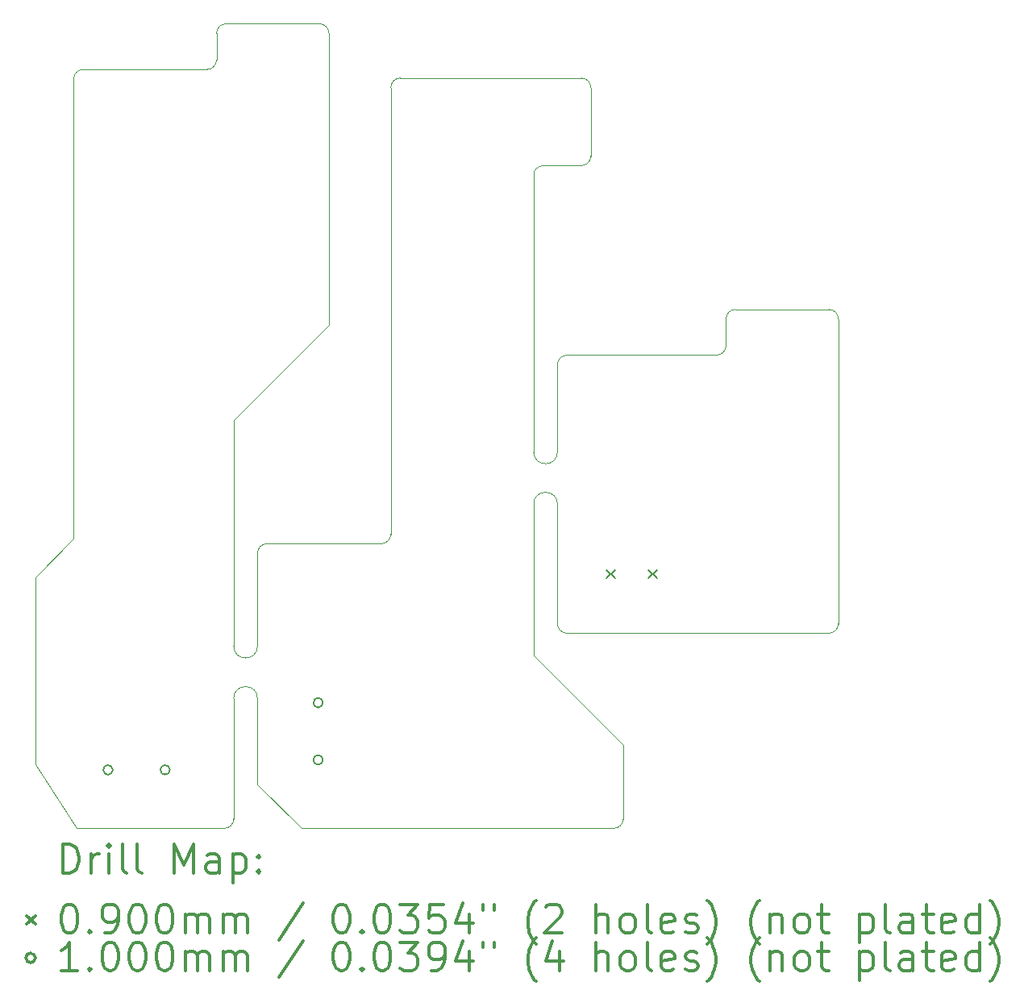
<source format=gbr>
%FSLAX45Y45*%
G04 Gerber Fmt 4.5, Leading zero omitted, Abs format (unit mm)*
G04 Created by KiCad (PCBNEW (5.1.10)-1) date 2021-10-19 18:18:58*
%MOMM*%
%LPD*%
G01*
G04 APERTURE LIST*
%TA.AperFunction,Profile*%
%ADD10C,0.050000*%
%TD*%
%ADD11C,0.200000*%
%ADD12C,0.300000*%
G04 APERTURE END LIST*
D10*
X16310000Y-22820000D02*
X15880000Y-22145000D01*
X17960000Y-21455000D02*
X17960000Y-22720000D01*
X18210000Y-19930000D02*
X18210000Y-20905000D01*
X17960000Y-21455000D02*
G75*
G02*
X18210000Y-21455000I125000J0D01*
G01*
X17960000Y-20910000D02*
X17960000Y-20905000D01*
X18210000Y-20905000D02*
G75*
G02*
X17960000Y-20905000I-125000J0D01*
G01*
X21110000Y-18870000D02*
X21110000Y-18865000D01*
X21110000Y-15960000D02*
X21110000Y-18870000D01*
X21360000Y-19415000D02*
X21360000Y-20670000D01*
X21360000Y-17950000D02*
X21360100Y-18865000D01*
X21110000Y-19415000D02*
G75*
G02*
X21360000Y-19415000I125000J0D01*
G01*
X21360100Y-18865000D02*
G75*
G02*
X21110000Y-18870000I-125100J0D01*
G01*
X17960000Y-22720000D02*
G75*
G02*
X17860000Y-22820000I-100000J0D01*
G01*
X15880000Y-22145000D02*
X15880000Y-20180000D01*
X15880000Y-20180000D02*
X16280000Y-19780000D01*
X21360000Y-17950000D02*
G75*
G02*
X21460000Y-17850000I100000J0D01*
G01*
X24310000Y-20670000D02*
G75*
G02*
X24210000Y-20770000I-100000J0D01*
G01*
X24210000Y-20770000D02*
X21460000Y-20770000D01*
X24310000Y-17470000D02*
X24310000Y-20670000D01*
X23230000Y-17370000D02*
X24210000Y-17370000D01*
X23130000Y-17750000D02*
X23130000Y-17470000D01*
X24210000Y-17370000D02*
G75*
G02*
X24310000Y-17470000I0J-100000D01*
G01*
X21460000Y-17850000D02*
X23030000Y-17850000D01*
X23130000Y-17750000D02*
G75*
G02*
X23030000Y-17850000I-100000J0D01*
G01*
X21460000Y-20770000D02*
G75*
G02*
X21360000Y-20670000I0J100000D01*
G01*
X23130000Y-17470000D02*
G75*
G02*
X23230000Y-17370000I100000J0D01*
G01*
X22050000Y-21940000D02*
X21110000Y-21000000D01*
X19610000Y-15040000D02*
G75*
G02*
X19710000Y-14940000I100000J0D01*
G01*
X21710000Y-15760000D02*
G75*
G02*
X21610000Y-15860000I-100000J0D01*
G01*
X21610000Y-14940000D02*
G75*
G02*
X21710000Y-15040000I0J-100000D01*
G01*
X21110000Y-21000000D02*
X21110000Y-20780000D01*
X21110000Y-19415000D02*
X21110000Y-20780000D01*
X21610000Y-15860000D02*
X21210000Y-15860000D01*
X21710000Y-15040000D02*
X21710000Y-15760000D01*
X22050000Y-22720000D02*
G75*
G02*
X21950000Y-22820000I-100000J0D01*
G01*
X22050000Y-22720000D02*
X22050000Y-21940000D01*
X19710000Y-14940000D02*
X19710000Y-14940000D01*
X20010000Y-14940000D02*
X19710000Y-14940000D01*
X21150000Y-22820000D02*
X21950000Y-22820000D01*
X21610000Y-14940000D02*
X20010000Y-14940000D01*
X18210000Y-19930000D02*
G75*
G02*
X18310000Y-19830000I100000J0D01*
G01*
X19610000Y-19730000D02*
G75*
G02*
X19510000Y-19830000I-100000J0D01*
G01*
X18310000Y-19830000D02*
X19510000Y-19830000D01*
X19610000Y-19730000D02*
X19610000Y-15040000D01*
X18670000Y-22820000D02*
X18210000Y-22360000D01*
X18210000Y-22360000D02*
X18210000Y-21455000D01*
X21150000Y-22820000D02*
X18670000Y-22820000D01*
X21110000Y-15960000D02*
G75*
G02*
X21210000Y-15860000I100000J0D01*
G01*
X18860000Y-14370000D02*
G75*
G02*
X18960000Y-14470000I0J-100000D01*
G01*
X16380000Y-14850000D02*
X17680000Y-14850000D01*
X18960000Y-14470000D02*
X18960000Y-17530000D01*
X17780000Y-14750000D02*
X17780000Y-14470000D01*
X16280000Y-17670000D02*
X16280000Y-14950000D01*
X16280000Y-14950000D02*
G75*
G02*
X16380000Y-14850000I100000J0D01*
G01*
X17780000Y-14470000D02*
G75*
G02*
X17880000Y-14370000I100000J0D01*
G01*
X17780000Y-14750000D02*
G75*
G02*
X17680000Y-14850000I-100000J0D01*
G01*
X17860000Y-22820000D02*
X16310000Y-22820000D01*
X17880000Y-14370000D02*
X18860000Y-14370000D01*
X17960000Y-18530000D02*
X18960000Y-17530000D01*
X16280000Y-19780000D02*
X16280000Y-17670000D01*
X17960000Y-20910000D02*
X17960000Y-18530000D01*
D11*
X21875000Y-20105000D02*
X21965000Y-20195000D01*
X21965000Y-20105000D02*
X21875000Y-20195000D01*
X22315000Y-20105000D02*
X22405000Y-20195000D01*
X22405000Y-20105000D02*
X22315000Y-20195000D01*
X16690000Y-22205000D02*
G75*
G03*
X16690000Y-22205000I-50000J0D01*
G01*
X17290000Y-22205000D02*
G75*
G03*
X17290000Y-22205000I-50000J0D01*
G01*
X18896800Y-21500600D02*
G75*
G03*
X18896800Y-21500600I-50000J0D01*
G01*
X18896800Y-22100600D02*
G75*
G03*
X18896800Y-22100600I-50000J0D01*
G01*
D12*
X16163928Y-23288214D02*
X16163928Y-22988214D01*
X16235357Y-22988214D01*
X16278214Y-23002500D01*
X16306786Y-23031071D01*
X16321071Y-23059643D01*
X16335357Y-23116786D01*
X16335357Y-23159643D01*
X16321071Y-23216786D01*
X16306786Y-23245357D01*
X16278214Y-23273929D01*
X16235357Y-23288214D01*
X16163928Y-23288214D01*
X16463928Y-23288214D02*
X16463928Y-23088214D01*
X16463928Y-23145357D02*
X16478214Y-23116786D01*
X16492500Y-23102500D01*
X16521071Y-23088214D01*
X16549643Y-23088214D01*
X16649643Y-23288214D02*
X16649643Y-23088214D01*
X16649643Y-22988214D02*
X16635357Y-23002500D01*
X16649643Y-23016786D01*
X16663928Y-23002500D01*
X16649643Y-22988214D01*
X16649643Y-23016786D01*
X16835357Y-23288214D02*
X16806786Y-23273929D01*
X16792500Y-23245357D01*
X16792500Y-22988214D01*
X16992500Y-23288214D02*
X16963928Y-23273929D01*
X16949643Y-23245357D01*
X16949643Y-22988214D01*
X17335357Y-23288214D02*
X17335357Y-22988214D01*
X17435357Y-23202500D01*
X17535357Y-22988214D01*
X17535357Y-23288214D01*
X17806786Y-23288214D02*
X17806786Y-23131071D01*
X17792500Y-23102500D01*
X17763928Y-23088214D01*
X17706786Y-23088214D01*
X17678214Y-23102500D01*
X17806786Y-23273929D02*
X17778214Y-23288214D01*
X17706786Y-23288214D01*
X17678214Y-23273929D01*
X17663928Y-23245357D01*
X17663928Y-23216786D01*
X17678214Y-23188214D01*
X17706786Y-23173929D01*
X17778214Y-23173929D01*
X17806786Y-23159643D01*
X17949643Y-23088214D02*
X17949643Y-23388214D01*
X17949643Y-23102500D02*
X17978214Y-23088214D01*
X18035357Y-23088214D01*
X18063928Y-23102500D01*
X18078214Y-23116786D01*
X18092500Y-23145357D01*
X18092500Y-23231071D01*
X18078214Y-23259643D01*
X18063928Y-23273929D01*
X18035357Y-23288214D01*
X17978214Y-23288214D01*
X17949643Y-23273929D01*
X18221071Y-23259643D02*
X18235357Y-23273929D01*
X18221071Y-23288214D01*
X18206786Y-23273929D01*
X18221071Y-23259643D01*
X18221071Y-23288214D01*
X18221071Y-23102500D02*
X18235357Y-23116786D01*
X18221071Y-23131071D01*
X18206786Y-23116786D01*
X18221071Y-23102500D01*
X18221071Y-23131071D01*
X15787500Y-23737500D02*
X15877500Y-23827500D01*
X15877500Y-23737500D02*
X15787500Y-23827500D01*
X16221071Y-23618214D02*
X16249643Y-23618214D01*
X16278214Y-23632500D01*
X16292500Y-23646786D01*
X16306786Y-23675357D01*
X16321071Y-23732500D01*
X16321071Y-23803929D01*
X16306786Y-23861071D01*
X16292500Y-23889643D01*
X16278214Y-23903929D01*
X16249643Y-23918214D01*
X16221071Y-23918214D01*
X16192500Y-23903929D01*
X16178214Y-23889643D01*
X16163928Y-23861071D01*
X16149643Y-23803929D01*
X16149643Y-23732500D01*
X16163928Y-23675357D01*
X16178214Y-23646786D01*
X16192500Y-23632500D01*
X16221071Y-23618214D01*
X16449643Y-23889643D02*
X16463928Y-23903929D01*
X16449643Y-23918214D01*
X16435357Y-23903929D01*
X16449643Y-23889643D01*
X16449643Y-23918214D01*
X16606786Y-23918214D02*
X16663928Y-23918214D01*
X16692500Y-23903929D01*
X16706786Y-23889643D01*
X16735357Y-23846786D01*
X16749643Y-23789643D01*
X16749643Y-23675357D01*
X16735357Y-23646786D01*
X16721071Y-23632500D01*
X16692500Y-23618214D01*
X16635357Y-23618214D01*
X16606786Y-23632500D01*
X16592500Y-23646786D01*
X16578214Y-23675357D01*
X16578214Y-23746786D01*
X16592500Y-23775357D01*
X16606786Y-23789643D01*
X16635357Y-23803929D01*
X16692500Y-23803929D01*
X16721071Y-23789643D01*
X16735357Y-23775357D01*
X16749643Y-23746786D01*
X16935357Y-23618214D02*
X16963928Y-23618214D01*
X16992500Y-23632500D01*
X17006786Y-23646786D01*
X17021071Y-23675357D01*
X17035357Y-23732500D01*
X17035357Y-23803929D01*
X17021071Y-23861071D01*
X17006786Y-23889643D01*
X16992500Y-23903929D01*
X16963928Y-23918214D01*
X16935357Y-23918214D01*
X16906786Y-23903929D01*
X16892500Y-23889643D01*
X16878214Y-23861071D01*
X16863928Y-23803929D01*
X16863928Y-23732500D01*
X16878214Y-23675357D01*
X16892500Y-23646786D01*
X16906786Y-23632500D01*
X16935357Y-23618214D01*
X17221071Y-23618214D02*
X17249643Y-23618214D01*
X17278214Y-23632500D01*
X17292500Y-23646786D01*
X17306786Y-23675357D01*
X17321071Y-23732500D01*
X17321071Y-23803929D01*
X17306786Y-23861071D01*
X17292500Y-23889643D01*
X17278214Y-23903929D01*
X17249643Y-23918214D01*
X17221071Y-23918214D01*
X17192500Y-23903929D01*
X17178214Y-23889643D01*
X17163928Y-23861071D01*
X17149643Y-23803929D01*
X17149643Y-23732500D01*
X17163928Y-23675357D01*
X17178214Y-23646786D01*
X17192500Y-23632500D01*
X17221071Y-23618214D01*
X17449643Y-23918214D02*
X17449643Y-23718214D01*
X17449643Y-23746786D02*
X17463928Y-23732500D01*
X17492500Y-23718214D01*
X17535357Y-23718214D01*
X17563928Y-23732500D01*
X17578214Y-23761071D01*
X17578214Y-23918214D01*
X17578214Y-23761071D02*
X17592500Y-23732500D01*
X17621071Y-23718214D01*
X17663928Y-23718214D01*
X17692500Y-23732500D01*
X17706786Y-23761071D01*
X17706786Y-23918214D01*
X17849643Y-23918214D02*
X17849643Y-23718214D01*
X17849643Y-23746786D02*
X17863928Y-23732500D01*
X17892500Y-23718214D01*
X17935357Y-23718214D01*
X17963928Y-23732500D01*
X17978214Y-23761071D01*
X17978214Y-23918214D01*
X17978214Y-23761071D02*
X17992500Y-23732500D01*
X18021071Y-23718214D01*
X18063928Y-23718214D01*
X18092500Y-23732500D01*
X18106786Y-23761071D01*
X18106786Y-23918214D01*
X18692500Y-23603929D02*
X18435357Y-23989643D01*
X19078214Y-23618214D02*
X19106786Y-23618214D01*
X19135357Y-23632500D01*
X19149643Y-23646786D01*
X19163928Y-23675357D01*
X19178214Y-23732500D01*
X19178214Y-23803929D01*
X19163928Y-23861071D01*
X19149643Y-23889643D01*
X19135357Y-23903929D01*
X19106786Y-23918214D01*
X19078214Y-23918214D01*
X19049643Y-23903929D01*
X19035357Y-23889643D01*
X19021071Y-23861071D01*
X19006786Y-23803929D01*
X19006786Y-23732500D01*
X19021071Y-23675357D01*
X19035357Y-23646786D01*
X19049643Y-23632500D01*
X19078214Y-23618214D01*
X19306786Y-23889643D02*
X19321071Y-23903929D01*
X19306786Y-23918214D01*
X19292500Y-23903929D01*
X19306786Y-23889643D01*
X19306786Y-23918214D01*
X19506786Y-23618214D02*
X19535357Y-23618214D01*
X19563928Y-23632500D01*
X19578214Y-23646786D01*
X19592500Y-23675357D01*
X19606786Y-23732500D01*
X19606786Y-23803929D01*
X19592500Y-23861071D01*
X19578214Y-23889643D01*
X19563928Y-23903929D01*
X19535357Y-23918214D01*
X19506786Y-23918214D01*
X19478214Y-23903929D01*
X19463928Y-23889643D01*
X19449643Y-23861071D01*
X19435357Y-23803929D01*
X19435357Y-23732500D01*
X19449643Y-23675357D01*
X19463928Y-23646786D01*
X19478214Y-23632500D01*
X19506786Y-23618214D01*
X19706786Y-23618214D02*
X19892500Y-23618214D01*
X19792500Y-23732500D01*
X19835357Y-23732500D01*
X19863928Y-23746786D01*
X19878214Y-23761071D01*
X19892500Y-23789643D01*
X19892500Y-23861071D01*
X19878214Y-23889643D01*
X19863928Y-23903929D01*
X19835357Y-23918214D01*
X19749643Y-23918214D01*
X19721071Y-23903929D01*
X19706786Y-23889643D01*
X20163928Y-23618214D02*
X20021071Y-23618214D01*
X20006786Y-23761071D01*
X20021071Y-23746786D01*
X20049643Y-23732500D01*
X20121071Y-23732500D01*
X20149643Y-23746786D01*
X20163928Y-23761071D01*
X20178214Y-23789643D01*
X20178214Y-23861071D01*
X20163928Y-23889643D01*
X20149643Y-23903929D01*
X20121071Y-23918214D01*
X20049643Y-23918214D01*
X20021071Y-23903929D01*
X20006786Y-23889643D01*
X20435357Y-23718214D02*
X20435357Y-23918214D01*
X20363928Y-23603929D02*
X20292500Y-23818214D01*
X20478214Y-23818214D01*
X20578214Y-23618214D02*
X20578214Y-23675357D01*
X20692500Y-23618214D02*
X20692500Y-23675357D01*
X21135357Y-24032500D02*
X21121071Y-24018214D01*
X21092500Y-23975357D01*
X21078214Y-23946786D01*
X21063928Y-23903929D01*
X21049643Y-23832500D01*
X21049643Y-23775357D01*
X21063928Y-23703929D01*
X21078214Y-23661071D01*
X21092500Y-23632500D01*
X21121071Y-23589643D01*
X21135357Y-23575357D01*
X21235357Y-23646786D02*
X21249643Y-23632500D01*
X21278214Y-23618214D01*
X21349643Y-23618214D01*
X21378214Y-23632500D01*
X21392500Y-23646786D01*
X21406786Y-23675357D01*
X21406786Y-23703929D01*
X21392500Y-23746786D01*
X21221071Y-23918214D01*
X21406786Y-23918214D01*
X21763928Y-23918214D02*
X21763928Y-23618214D01*
X21892500Y-23918214D02*
X21892500Y-23761071D01*
X21878214Y-23732500D01*
X21849643Y-23718214D01*
X21806786Y-23718214D01*
X21778214Y-23732500D01*
X21763928Y-23746786D01*
X22078214Y-23918214D02*
X22049643Y-23903929D01*
X22035357Y-23889643D01*
X22021071Y-23861071D01*
X22021071Y-23775357D01*
X22035357Y-23746786D01*
X22049643Y-23732500D01*
X22078214Y-23718214D01*
X22121071Y-23718214D01*
X22149643Y-23732500D01*
X22163928Y-23746786D01*
X22178214Y-23775357D01*
X22178214Y-23861071D01*
X22163928Y-23889643D01*
X22149643Y-23903929D01*
X22121071Y-23918214D01*
X22078214Y-23918214D01*
X22349643Y-23918214D02*
X22321071Y-23903929D01*
X22306786Y-23875357D01*
X22306786Y-23618214D01*
X22578214Y-23903929D02*
X22549643Y-23918214D01*
X22492500Y-23918214D01*
X22463928Y-23903929D01*
X22449643Y-23875357D01*
X22449643Y-23761071D01*
X22463928Y-23732500D01*
X22492500Y-23718214D01*
X22549643Y-23718214D01*
X22578214Y-23732500D01*
X22592500Y-23761071D01*
X22592500Y-23789643D01*
X22449643Y-23818214D01*
X22706786Y-23903929D02*
X22735357Y-23918214D01*
X22792500Y-23918214D01*
X22821071Y-23903929D01*
X22835357Y-23875357D01*
X22835357Y-23861071D01*
X22821071Y-23832500D01*
X22792500Y-23818214D01*
X22749643Y-23818214D01*
X22721071Y-23803929D01*
X22706786Y-23775357D01*
X22706786Y-23761071D01*
X22721071Y-23732500D01*
X22749643Y-23718214D01*
X22792500Y-23718214D01*
X22821071Y-23732500D01*
X22935357Y-24032500D02*
X22949643Y-24018214D01*
X22978214Y-23975357D01*
X22992500Y-23946786D01*
X23006786Y-23903929D01*
X23021071Y-23832500D01*
X23021071Y-23775357D01*
X23006786Y-23703929D01*
X22992500Y-23661071D01*
X22978214Y-23632500D01*
X22949643Y-23589643D01*
X22935357Y-23575357D01*
X23478214Y-24032500D02*
X23463928Y-24018214D01*
X23435357Y-23975357D01*
X23421071Y-23946786D01*
X23406786Y-23903929D01*
X23392500Y-23832500D01*
X23392500Y-23775357D01*
X23406786Y-23703929D01*
X23421071Y-23661071D01*
X23435357Y-23632500D01*
X23463928Y-23589643D01*
X23478214Y-23575357D01*
X23592500Y-23718214D02*
X23592500Y-23918214D01*
X23592500Y-23746786D02*
X23606786Y-23732500D01*
X23635357Y-23718214D01*
X23678214Y-23718214D01*
X23706786Y-23732500D01*
X23721071Y-23761071D01*
X23721071Y-23918214D01*
X23906786Y-23918214D02*
X23878214Y-23903929D01*
X23863928Y-23889643D01*
X23849643Y-23861071D01*
X23849643Y-23775357D01*
X23863928Y-23746786D01*
X23878214Y-23732500D01*
X23906786Y-23718214D01*
X23949643Y-23718214D01*
X23978214Y-23732500D01*
X23992500Y-23746786D01*
X24006786Y-23775357D01*
X24006786Y-23861071D01*
X23992500Y-23889643D01*
X23978214Y-23903929D01*
X23949643Y-23918214D01*
X23906786Y-23918214D01*
X24092500Y-23718214D02*
X24206786Y-23718214D01*
X24135357Y-23618214D02*
X24135357Y-23875357D01*
X24149643Y-23903929D01*
X24178214Y-23918214D01*
X24206786Y-23918214D01*
X24535357Y-23718214D02*
X24535357Y-24018214D01*
X24535357Y-23732500D02*
X24563928Y-23718214D01*
X24621071Y-23718214D01*
X24649643Y-23732500D01*
X24663928Y-23746786D01*
X24678214Y-23775357D01*
X24678214Y-23861071D01*
X24663928Y-23889643D01*
X24649643Y-23903929D01*
X24621071Y-23918214D01*
X24563928Y-23918214D01*
X24535357Y-23903929D01*
X24849643Y-23918214D02*
X24821071Y-23903929D01*
X24806786Y-23875357D01*
X24806786Y-23618214D01*
X25092500Y-23918214D02*
X25092500Y-23761071D01*
X25078214Y-23732500D01*
X25049643Y-23718214D01*
X24992500Y-23718214D01*
X24963928Y-23732500D01*
X25092500Y-23903929D02*
X25063928Y-23918214D01*
X24992500Y-23918214D01*
X24963928Y-23903929D01*
X24949643Y-23875357D01*
X24949643Y-23846786D01*
X24963928Y-23818214D01*
X24992500Y-23803929D01*
X25063928Y-23803929D01*
X25092500Y-23789643D01*
X25192500Y-23718214D02*
X25306786Y-23718214D01*
X25235357Y-23618214D02*
X25235357Y-23875357D01*
X25249643Y-23903929D01*
X25278214Y-23918214D01*
X25306786Y-23918214D01*
X25521071Y-23903929D02*
X25492500Y-23918214D01*
X25435357Y-23918214D01*
X25406786Y-23903929D01*
X25392500Y-23875357D01*
X25392500Y-23761071D01*
X25406786Y-23732500D01*
X25435357Y-23718214D01*
X25492500Y-23718214D01*
X25521071Y-23732500D01*
X25535357Y-23761071D01*
X25535357Y-23789643D01*
X25392500Y-23818214D01*
X25792500Y-23918214D02*
X25792500Y-23618214D01*
X25792500Y-23903929D02*
X25763928Y-23918214D01*
X25706786Y-23918214D01*
X25678214Y-23903929D01*
X25663928Y-23889643D01*
X25649643Y-23861071D01*
X25649643Y-23775357D01*
X25663928Y-23746786D01*
X25678214Y-23732500D01*
X25706786Y-23718214D01*
X25763928Y-23718214D01*
X25792500Y-23732500D01*
X25906786Y-24032500D02*
X25921071Y-24018214D01*
X25949643Y-23975357D01*
X25963928Y-23946786D01*
X25978214Y-23903929D01*
X25992500Y-23832500D01*
X25992500Y-23775357D01*
X25978214Y-23703929D01*
X25963928Y-23661071D01*
X25949643Y-23632500D01*
X25921071Y-23589643D01*
X25906786Y-23575357D01*
X15877500Y-24178500D02*
G75*
G03*
X15877500Y-24178500I-50000J0D01*
G01*
X16321071Y-24314214D02*
X16149643Y-24314214D01*
X16235357Y-24314214D02*
X16235357Y-24014214D01*
X16206786Y-24057071D01*
X16178214Y-24085643D01*
X16149643Y-24099929D01*
X16449643Y-24285643D02*
X16463928Y-24299929D01*
X16449643Y-24314214D01*
X16435357Y-24299929D01*
X16449643Y-24285643D01*
X16449643Y-24314214D01*
X16649643Y-24014214D02*
X16678214Y-24014214D01*
X16706786Y-24028500D01*
X16721071Y-24042786D01*
X16735357Y-24071357D01*
X16749643Y-24128500D01*
X16749643Y-24199929D01*
X16735357Y-24257071D01*
X16721071Y-24285643D01*
X16706786Y-24299929D01*
X16678214Y-24314214D01*
X16649643Y-24314214D01*
X16621071Y-24299929D01*
X16606786Y-24285643D01*
X16592500Y-24257071D01*
X16578214Y-24199929D01*
X16578214Y-24128500D01*
X16592500Y-24071357D01*
X16606786Y-24042786D01*
X16621071Y-24028500D01*
X16649643Y-24014214D01*
X16935357Y-24014214D02*
X16963928Y-24014214D01*
X16992500Y-24028500D01*
X17006786Y-24042786D01*
X17021071Y-24071357D01*
X17035357Y-24128500D01*
X17035357Y-24199929D01*
X17021071Y-24257071D01*
X17006786Y-24285643D01*
X16992500Y-24299929D01*
X16963928Y-24314214D01*
X16935357Y-24314214D01*
X16906786Y-24299929D01*
X16892500Y-24285643D01*
X16878214Y-24257071D01*
X16863928Y-24199929D01*
X16863928Y-24128500D01*
X16878214Y-24071357D01*
X16892500Y-24042786D01*
X16906786Y-24028500D01*
X16935357Y-24014214D01*
X17221071Y-24014214D02*
X17249643Y-24014214D01*
X17278214Y-24028500D01*
X17292500Y-24042786D01*
X17306786Y-24071357D01*
X17321071Y-24128500D01*
X17321071Y-24199929D01*
X17306786Y-24257071D01*
X17292500Y-24285643D01*
X17278214Y-24299929D01*
X17249643Y-24314214D01*
X17221071Y-24314214D01*
X17192500Y-24299929D01*
X17178214Y-24285643D01*
X17163928Y-24257071D01*
X17149643Y-24199929D01*
X17149643Y-24128500D01*
X17163928Y-24071357D01*
X17178214Y-24042786D01*
X17192500Y-24028500D01*
X17221071Y-24014214D01*
X17449643Y-24314214D02*
X17449643Y-24114214D01*
X17449643Y-24142786D02*
X17463928Y-24128500D01*
X17492500Y-24114214D01*
X17535357Y-24114214D01*
X17563928Y-24128500D01*
X17578214Y-24157071D01*
X17578214Y-24314214D01*
X17578214Y-24157071D02*
X17592500Y-24128500D01*
X17621071Y-24114214D01*
X17663928Y-24114214D01*
X17692500Y-24128500D01*
X17706786Y-24157071D01*
X17706786Y-24314214D01*
X17849643Y-24314214D02*
X17849643Y-24114214D01*
X17849643Y-24142786D02*
X17863928Y-24128500D01*
X17892500Y-24114214D01*
X17935357Y-24114214D01*
X17963928Y-24128500D01*
X17978214Y-24157071D01*
X17978214Y-24314214D01*
X17978214Y-24157071D02*
X17992500Y-24128500D01*
X18021071Y-24114214D01*
X18063928Y-24114214D01*
X18092500Y-24128500D01*
X18106786Y-24157071D01*
X18106786Y-24314214D01*
X18692500Y-23999929D02*
X18435357Y-24385643D01*
X19078214Y-24014214D02*
X19106786Y-24014214D01*
X19135357Y-24028500D01*
X19149643Y-24042786D01*
X19163928Y-24071357D01*
X19178214Y-24128500D01*
X19178214Y-24199929D01*
X19163928Y-24257071D01*
X19149643Y-24285643D01*
X19135357Y-24299929D01*
X19106786Y-24314214D01*
X19078214Y-24314214D01*
X19049643Y-24299929D01*
X19035357Y-24285643D01*
X19021071Y-24257071D01*
X19006786Y-24199929D01*
X19006786Y-24128500D01*
X19021071Y-24071357D01*
X19035357Y-24042786D01*
X19049643Y-24028500D01*
X19078214Y-24014214D01*
X19306786Y-24285643D02*
X19321071Y-24299929D01*
X19306786Y-24314214D01*
X19292500Y-24299929D01*
X19306786Y-24285643D01*
X19306786Y-24314214D01*
X19506786Y-24014214D02*
X19535357Y-24014214D01*
X19563928Y-24028500D01*
X19578214Y-24042786D01*
X19592500Y-24071357D01*
X19606786Y-24128500D01*
X19606786Y-24199929D01*
X19592500Y-24257071D01*
X19578214Y-24285643D01*
X19563928Y-24299929D01*
X19535357Y-24314214D01*
X19506786Y-24314214D01*
X19478214Y-24299929D01*
X19463928Y-24285643D01*
X19449643Y-24257071D01*
X19435357Y-24199929D01*
X19435357Y-24128500D01*
X19449643Y-24071357D01*
X19463928Y-24042786D01*
X19478214Y-24028500D01*
X19506786Y-24014214D01*
X19706786Y-24014214D02*
X19892500Y-24014214D01*
X19792500Y-24128500D01*
X19835357Y-24128500D01*
X19863928Y-24142786D01*
X19878214Y-24157071D01*
X19892500Y-24185643D01*
X19892500Y-24257071D01*
X19878214Y-24285643D01*
X19863928Y-24299929D01*
X19835357Y-24314214D01*
X19749643Y-24314214D01*
X19721071Y-24299929D01*
X19706786Y-24285643D01*
X20035357Y-24314214D02*
X20092500Y-24314214D01*
X20121071Y-24299929D01*
X20135357Y-24285643D01*
X20163928Y-24242786D01*
X20178214Y-24185643D01*
X20178214Y-24071357D01*
X20163928Y-24042786D01*
X20149643Y-24028500D01*
X20121071Y-24014214D01*
X20063928Y-24014214D01*
X20035357Y-24028500D01*
X20021071Y-24042786D01*
X20006786Y-24071357D01*
X20006786Y-24142786D01*
X20021071Y-24171357D01*
X20035357Y-24185643D01*
X20063928Y-24199929D01*
X20121071Y-24199929D01*
X20149643Y-24185643D01*
X20163928Y-24171357D01*
X20178214Y-24142786D01*
X20435357Y-24114214D02*
X20435357Y-24314214D01*
X20363928Y-23999929D02*
X20292500Y-24214214D01*
X20478214Y-24214214D01*
X20578214Y-24014214D02*
X20578214Y-24071357D01*
X20692500Y-24014214D02*
X20692500Y-24071357D01*
X21135357Y-24428500D02*
X21121071Y-24414214D01*
X21092500Y-24371357D01*
X21078214Y-24342786D01*
X21063928Y-24299929D01*
X21049643Y-24228500D01*
X21049643Y-24171357D01*
X21063928Y-24099929D01*
X21078214Y-24057071D01*
X21092500Y-24028500D01*
X21121071Y-23985643D01*
X21135357Y-23971357D01*
X21378214Y-24114214D02*
X21378214Y-24314214D01*
X21306786Y-23999929D02*
X21235357Y-24214214D01*
X21421071Y-24214214D01*
X21763928Y-24314214D02*
X21763928Y-24014214D01*
X21892500Y-24314214D02*
X21892500Y-24157071D01*
X21878214Y-24128500D01*
X21849643Y-24114214D01*
X21806786Y-24114214D01*
X21778214Y-24128500D01*
X21763928Y-24142786D01*
X22078214Y-24314214D02*
X22049643Y-24299929D01*
X22035357Y-24285643D01*
X22021071Y-24257071D01*
X22021071Y-24171357D01*
X22035357Y-24142786D01*
X22049643Y-24128500D01*
X22078214Y-24114214D01*
X22121071Y-24114214D01*
X22149643Y-24128500D01*
X22163928Y-24142786D01*
X22178214Y-24171357D01*
X22178214Y-24257071D01*
X22163928Y-24285643D01*
X22149643Y-24299929D01*
X22121071Y-24314214D01*
X22078214Y-24314214D01*
X22349643Y-24314214D02*
X22321071Y-24299929D01*
X22306786Y-24271357D01*
X22306786Y-24014214D01*
X22578214Y-24299929D02*
X22549643Y-24314214D01*
X22492500Y-24314214D01*
X22463928Y-24299929D01*
X22449643Y-24271357D01*
X22449643Y-24157071D01*
X22463928Y-24128500D01*
X22492500Y-24114214D01*
X22549643Y-24114214D01*
X22578214Y-24128500D01*
X22592500Y-24157071D01*
X22592500Y-24185643D01*
X22449643Y-24214214D01*
X22706786Y-24299929D02*
X22735357Y-24314214D01*
X22792500Y-24314214D01*
X22821071Y-24299929D01*
X22835357Y-24271357D01*
X22835357Y-24257071D01*
X22821071Y-24228500D01*
X22792500Y-24214214D01*
X22749643Y-24214214D01*
X22721071Y-24199929D01*
X22706786Y-24171357D01*
X22706786Y-24157071D01*
X22721071Y-24128500D01*
X22749643Y-24114214D01*
X22792500Y-24114214D01*
X22821071Y-24128500D01*
X22935357Y-24428500D02*
X22949643Y-24414214D01*
X22978214Y-24371357D01*
X22992500Y-24342786D01*
X23006786Y-24299929D01*
X23021071Y-24228500D01*
X23021071Y-24171357D01*
X23006786Y-24099929D01*
X22992500Y-24057071D01*
X22978214Y-24028500D01*
X22949643Y-23985643D01*
X22935357Y-23971357D01*
X23478214Y-24428500D02*
X23463928Y-24414214D01*
X23435357Y-24371357D01*
X23421071Y-24342786D01*
X23406786Y-24299929D01*
X23392500Y-24228500D01*
X23392500Y-24171357D01*
X23406786Y-24099929D01*
X23421071Y-24057071D01*
X23435357Y-24028500D01*
X23463928Y-23985643D01*
X23478214Y-23971357D01*
X23592500Y-24114214D02*
X23592500Y-24314214D01*
X23592500Y-24142786D02*
X23606786Y-24128500D01*
X23635357Y-24114214D01*
X23678214Y-24114214D01*
X23706786Y-24128500D01*
X23721071Y-24157071D01*
X23721071Y-24314214D01*
X23906786Y-24314214D02*
X23878214Y-24299929D01*
X23863928Y-24285643D01*
X23849643Y-24257071D01*
X23849643Y-24171357D01*
X23863928Y-24142786D01*
X23878214Y-24128500D01*
X23906786Y-24114214D01*
X23949643Y-24114214D01*
X23978214Y-24128500D01*
X23992500Y-24142786D01*
X24006786Y-24171357D01*
X24006786Y-24257071D01*
X23992500Y-24285643D01*
X23978214Y-24299929D01*
X23949643Y-24314214D01*
X23906786Y-24314214D01*
X24092500Y-24114214D02*
X24206786Y-24114214D01*
X24135357Y-24014214D02*
X24135357Y-24271357D01*
X24149643Y-24299929D01*
X24178214Y-24314214D01*
X24206786Y-24314214D01*
X24535357Y-24114214D02*
X24535357Y-24414214D01*
X24535357Y-24128500D02*
X24563928Y-24114214D01*
X24621071Y-24114214D01*
X24649643Y-24128500D01*
X24663928Y-24142786D01*
X24678214Y-24171357D01*
X24678214Y-24257071D01*
X24663928Y-24285643D01*
X24649643Y-24299929D01*
X24621071Y-24314214D01*
X24563928Y-24314214D01*
X24535357Y-24299929D01*
X24849643Y-24314214D02*
X24821071Y-24299929D01*
X24806786Y-24271357D01*
X24806786Y-24014214D01*
X25092500Y-24314214D02*
X25092500Y-24157071D01*
X25078214Y-24128500D01*
X25049643Y-24114214D01*
X24992500Y-24114214D01*
X24963928Y-24128500D01*
X25092500Y-24299929D02*
X25063928Y-24314214D01*
X24992500Y-24314214D01*
X24963928Y-24299929D01*
X24949643Y-24271357D01*
X24949643Y-24242786D01*
X24963928Y-24214214D01*
X24992500Y-24199929D01*
X25063928Y-24199929D01*
X25092500Y-24185643D01*
X25192500Y-24114214D02*
X25306786Y-24114214D01*
X25235357Y-24014214D02*
X25235357Y-24271357D01*
X25249643Y-24299929D01*
X25278214Y-24314214D01*
X25306786Y-24314214D01*
X25521071Y-24299929D02*
X25492500Y-24314214D01*
X25435357Y-24314214D01*
X25406786Y-24299929D01*
X25392500Y-24271357D01*
X25392500Y-24157071D01*
X25406786Y-24128500D01*
X25435357Y-24114214D01*
X25492500Y-24114214D01*
X25521071Y-24128500D01*
X25535357Y-24157071D01*
X25535357Y-24185643D01*
X25392500Y-24214214D01*
X25792500Y-24314214D02*
X25792500Y-24014214D01*
X25792500Y-24299929D02*
X25763928Y-24314214D01*
X25706786Y-24314214D01*
X25678214Y-24299929D01*
X25663928Y-24285643D01*
X25649643Y-24257071D01*
X25649643Y-24171357D01*
X25663928Y-24142786D01*
X25678214Y-24128500D01*
X25706786Y-24114214D01*
X25763928Y-24114214D01*
X25792500Y-24128500D01*
X25906786Y-24428500D02*
X25921071Y-24414214D01*
X25949643Y-24371357D01*
X25963928Y-24342786D01*
X25978214Y-24299929D01*
X25992500Y-24228500D01*
X25992500Y-24171357D01*
X25978214Y-24099929D01*
X25963928Y-24057071D01*
X25949643Y-24028500D01*
X25921071Y-23985643D01*
X25906786Y-23971357D01*
M02*

</source>
